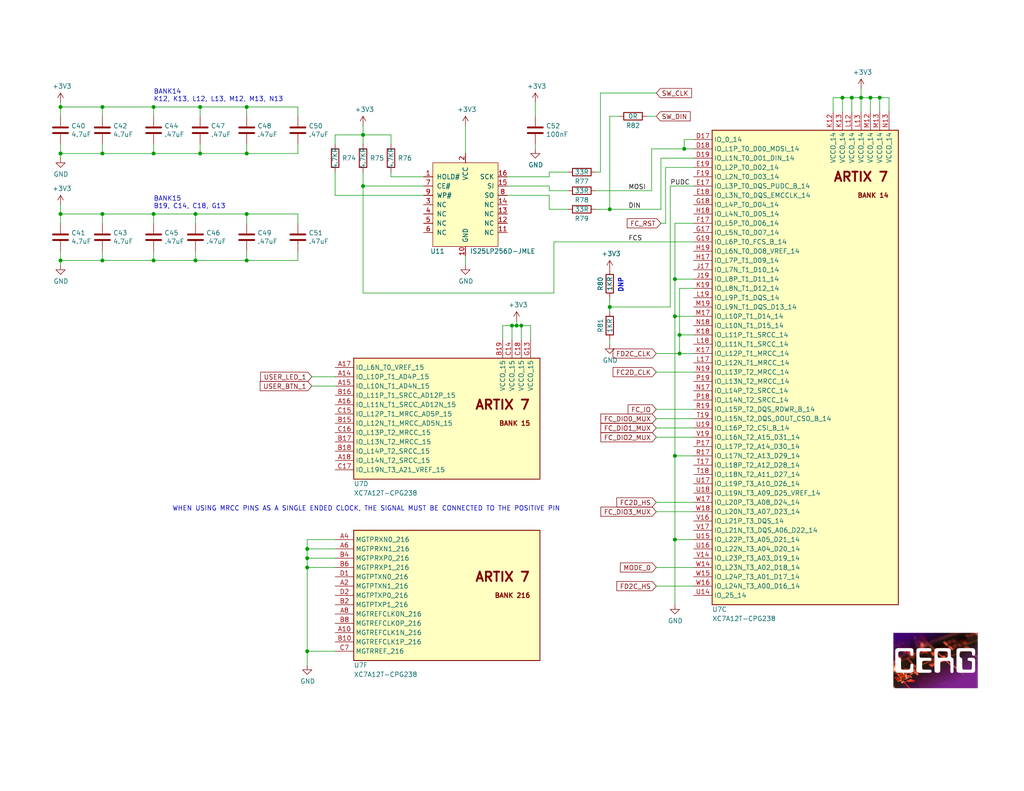
<source format=kicad_sch>
(kicad_sch (version 20230121) (generator eeschema)
  (paper "USLetter")
  (title_block (title "FOBOS Artix-7 a12t DUT - FPGA ") (date "2020-07-28") (rev "1.0") (company "Cryptographic Engineering Research Group") (comment 1 "License: Apache License Version 2.0") (comment 2 "Copyright © Cryptographic Engineering Research Group") (comment 3 "Author: Jens-Peter Kaps, Eddie Ferrufino") (comment 4 "Project: FOBOS Artix-7 a12t DUT"))
  (lib_symbols
    (symbol "Device:C" (pin_numbers hide) (pin_names (offset 0.254))
      (property "Reference" "C" (at 0.635 2.54 0))
      (property "Value" "C" (at 0.635 -2.54 0))
      (symbol "C_0_1"
        (polyline (pts (xy -2.032 -0.762) (xy 2.032 -0.762)) (stroke (width 0.508)))
        (polyline (pts (xy -2.032 0.762) (xy 2.032 0.762)) (stroke (width 0.508)))
      )
      (symbol "C_1_1"
        (pin passive line (at 0 3.81 270) (length 2.794) (name "~") (number "1"))
        (pin passive line (at 0 -3.81 90) (length 2.794) (name "~") (number "2"))
      )
    )
    (symbol "Device:R" (pin_numbers hide) (pin_names (offset 0))
      (property "Reference" "R" (at 2.032 0 90))
      (property "Value" "R" (at 0 0 90))
      (symbol "R_0_1"
        (rectangle (start -1.016 -2.54) (end 1.016 2.54) (stroke (width 0.254)))
      )
      (symbol "R_1_1"
        (pin passive line (at 0 3.81 270) (length 1.27) (name "~") (number "1"))
        (pin passive line (at 0 -3.81 90) (length 1.27) (name "~") (number "2"))
      )
    )
    (symbol "cerg:IS25LP256D-JMLE" (pin_names (offset 1.016))
      (property "Reference" "U" (at 1.27 1.27 0))
      (property "Value" "IS25LP256D-JMLE" (at 19.05 -24.13 0))
      (symbol "IS25LP256D-JMLE_0_1"
        (rectangle (start 0 0) (end 17.78 -22.86) (fill (type background)))
      )
      (symbol "IS25LP256D-JMLE_1_1"
        (pin passive line (at -2.54 -3.81 0) (length 2.54) (name "HOLD#") (number "1"))
        (pin passive line (at 8.89 -25.4 90) (length 2.54) (name "GND") (number "10"))
        (pin passive line (at 20.32 -19.05 180) (length 2.54) (name "NC") (number "11"))
        (pin passive line (at 20.32 -16.51 180) (length 2.54) (name "NC") (number "12"))
        (pin passive line (at 20.32 -13.97 180) (length 2.54) (name "NC") (number "13"))
        (pin passive line (at 20.32 -11.43 180) (length 2.54) (name "NC") (number "14"))
        (pin passive line (at 20.32 -6.35 180) (length 2.54) (name "SI") (number "15"))
        (pin passive line (at 20.32 -3.81 180) (length 2.54) (name "SCK") (number "16"))
        (pin passive line (at 8.89 2.54 270) (length 2.54) (name "VCC") (number "2"))
        (pin passive line (at -2.54 -11.43 0) (length 2.54) (name "NC") (number "3"))
        (pin passive line (at -2.54 -13.97 0) (length 2.54) (name "NC") (number "4"))
        (pin passive line (at -2.54 -16.51 0) (length 2.54) (name "NC") (number "5"))
        (pin passive line (at -2.54 -19.05 0) (length 2.54) (name "NC") (number "6"))
        (pin passive line (at -2.54 -6.35 0) (length 2.54) (name "CE#") (number "7"))
        (pin passive line (at 20.32 -8.89 180) (length 2.54) (name "SO") (number "8"))
        (pin passive line (at -2.54 -8.89 0) (length 2.54) (name "WP#") (number "9"))
      )
    )
    (symbol "cerg:XC7A12T-CPG238"
      (property "Reference" "U" (at 5.08 7.62 0))
      (property "Value" "XC7A12T-CPG238" (at 5.08 5.08 0))
      (symbol "XC7A12T-CPG238_1_0"
        (text "ARTIX 7" (at 30.48 -10.16 0) (effects (font (size 2.54 2.54) bold)))
        (text "POWER" (at 30.48 -15.24 0) (effects (font (size 1.27 1.27) bold)))
        (pin power_in line (at 0 -31.75 0) (length 5.08) (name "GND") (number "A1"))
        (pin power_in line (at 66.04 -36.83 180) (length 5.08) (name "GND") (number "A19"))
        (pin power_in line (at 66.04 -31.75 180) (length 5.08) (name "GND") (number "A3"))
        (pin power_in line (at 0 -34.29 0) (length 5.08) (name "GND") (number "A5"))
        (pin power_in line (at 66.04 -34.29 180) (length 5.08) (name "GND") (number "A7"))
        (pin power_in line (at 0 -36.83 0) (length 5.08) (name "GND") (number "A9"))
        (pin bidirectional line (at 0 -20.32 0) (length 5.08) (name "MGTAVTT") (number "B1"))
        (pin power_in line (at 0 -44.45 0) (length 5.08) (name "GND") (number "B14"))
        (pin power_in line (at 0 -39.37 0) (length 5.08) (name "GND") (number "B3"))
        (pin power_in line (at 66.04 -39.37 180) (length 5.08) (name "GND") (number "B5"))
        (pin power_in line (at 0 -41.91 0) (length 5.08) (name "GND") (number "B7"))
        (pin power_in line (at 66.04 -41.91 180) (length 5.08) (name "GND") (number "B9"))
        (pin power_in line (at 0 -7.62 0) (length 5.08) (name "MGTAVCC") (number "C1"))
        (pin power_in line (at 66.04 -49.53 180) (length 5.08) (name "GND") (number "C10"))
        (pin power_in line (at 0 -52.07 0) (length 5.08) (name "GND") (number "C19"))
        (pin power_in line (at 66.04 -44.45 180) (length 5.08) (name "GND") (number "C2"))
        (pin power_in line (at 0 -46.99 0) (length 5.08) (name "GND") (number "C3"))
        (pin power_in line (at 66.04 -46.99 180) (length 5.08) (name "GND") (number "C4"))
        (pin bidirectional line (at 0 -22.86 0) (length 5.08) (name "MGTAVTT") (number "C5"))
        (pin power_in line (at 0 -49.53 0) (length 5.08) (name "GND") (number "C6"))
        (pin power_in line (at 66.04 -52.07 180) (length 5.08) (name "GND") (number "D3"))
        (pin power_in line (at 0 -10.16 0) (length 5.08) (name "MGTAVCC") (number "E1"))
        (pin bidirectional line (at 0 -17.78 0) (length 5.08) (name "MGTAVTT") (number "E2"))
        (pin power_in line (at 0 -54.61 0) (length 5.08) (name "GND") (number "E3"))
        (pin power_in line (at 66.04 -54.61 180) (length 5.08) (name "GND") (number "F1"))
        (pin power_in line (at 0 -59.69 0) (length 5.08) (name "GND") (number "F18"))
        (pin power_in line (at 0 -57.15 0) (length 5.08) (name "GND") (number "F2"))
        (pin power_in line (at 66.04 -57.15 180) (length 5.08) (name "GND") (number "F3"))
        (pin power_in line (at 66.04 0 180) (length 5.08) (name "VCCINT") (number "G10"))
        (pin power_in line (at 0 -62.23 0) (length 5.08) (name "GND") (number "G11"))
        (pin bidirectional line (at 0 -25.4 0) (length 5.08) (name "MGTAVTT") (number "G7"))
        (pin power_in line (at 66.04 -59.69 180) (length 5.08) (name "GND") (number "G8"))
        (pin power_in line (at 0 -12.7 0) (length 5.08) (name "MGTAVCC") (number "G9"))
        (pin power_in line (at 66.04 -2.54 180) (length 5.08) (name "VCCINT") (number "H10"))
        (pin power_in line (at 66.04 -64.77 180) (length 5.08) (name "GND") (number "H11"))
        (pin power_in line (at 0 -67.31 0) (length 5.08) (name "GND") (number "H12"))
        (pin power_in line (at 0 0 0) (length 5.08) (name "VCCAUX") (number "H13"))
        (pin power_in line (at 66.04 -62.23 180) (length 5.08) (name "GND") (number "H7"))
        (pin power_in line (at 0 -64.77 0) (length 5.08) (name "GND") (number "H8"))
        (pin power_in line (at 0 -15.24 0) (length 5.08) (name "MGTAVCC") (number "H9"))
        (pin power_in line (at 66.04 -5.08 180) (length 5.08) (name "VCCINT") (number "J10"))
        (pin power_in line (at 0 -72.39 0) (length 5.08) (name "GND") (number "J11"))
        (pin power_in line (at 66.04 -72.39 180) (length 5.08) (name "GND") (number "J12"))
        (pin power_in line (at 0 -2.54 0) (length 5.08) (name "VCCAUX") (number "J13"))
        (pin power_in line (at 0 -74.93 0) (length 5.08) (name "GND") (number "J18"))
        (pin power_in line (at 66.04 -67.31 180) (length 5.08) (name "GND") (number "J2"))
        (pin power_in line (at 0 -69.85 0) (length 5.08) (name "GND") (number "J8"))
        (pin power_in line (at 66.04 -69.85 180) (length 5.08) (name "GND") (number "J9"))
        (pin power_in line (at 66.04 -74.93 180) (length 5.08) (name "GND") (number "K8"))
        (pin power_in line (at 66.04 -7.62 180) (length 5.08) (name "VCCINT") (number "L10"))
        (pin power_in line (at 0 -80.01 0) (length 5.08) (name "GND") (number "L11"))
        (pin power_in line (at 0 -77.47 0) (length 5.08) (name "GND") (number "L8"))
        (pin power_in line (at 66.04 -77.47 180) (length 5.08) (name "GND") (number "L9"))
        (pin power_in line (at 66.04 -10.16 180) (length 5.08) (name "VCCINT") (number "M10"))
        (pin power_in line (at 66.04 -19.05 180) (length 5.08) (name "VCCBRAM") (number "M11"))
        (pin power_in line (at 66.04 -82.55 180) (length 5.08) (name "GND") (number "M18"))
        (pin power_in line (at 66.04 -80.01 180) (length 5.08) (name "GND") (number "M2"))
        (pin power_in line (at 0 -82.55 0) (length 5.08) (name "GND") (number "M9"))
        (pin power_in line (at 66.04 -12.7 180) (length 5.08) (name "VCCINT") (number "N10"))
        (pin power_in line (at 66.04 -16.51 180) (length 5.08) (name "VCCBRAM") (number "N11"))
        (pin power_in line (at 66.04 -85.09 180) (length 5.08) (name "GND") (number "N12"))
        (pin power_in line (at 0 -85.09 0) (length 5.08) (name "GND") (number "N9"))
        (pin power_in line (at 66.04 -87.63 180) (length 5.08) (name "GND") (number "R18"))
        (pin power_in line (at 0 -87.63 0) (length 5.08) (name "GND") (number "R2"))
        (pin power_in line (at 66.04 -92.71 180) (length 5.08) (name "GND") (number "V12"))
        (pin power_in line (at 0 -95.25 0) (length 5.08) (name "GND") (number "V15"))
        (pin power_in line (at 66.04 -95.25 180) (length 5.08) (name "GND") (number "V18"))
        (pin power_in line (at 0 -90.17 0) (length 5.08) (name "GND") (number "V2"))
        (pin power_in line (at 66.04 -90.17 180) (length 5.08) (name "GND") (number "V5"))
        (pin power_in line (at 0 -92.71 0) (length 5.08) (name "GND") (number "V8"))
        (pin power_in line (at 0 -97.79 0) (length 5.08) (name "GND") (number "W1"))
        (pin power_in line (at 66.04 -97.79 180) (length 5.08) (name "GND") (number "W19"))
      )
      (symbol "XC7A12T-CPG238_1_1"
        (rectangle (start 5.08 -100.33) (end 60.96 2.54) (stroke (width 0.254)) (fill (type background)))
      )
      (symbol "XC7A12T-CPG238_2_0"
        (text "ARTIX 7" (at 53.34 -10.16 0) (effects (font (size 2.54 2.54) bold) (justify right)))
        (text "BANK 0" (at 53.34 -15.24 0) (effects (font (size 1.27 1.27) bold) (justify right)))
        (pin bidirectional line (at 0 -50.8 0) (length 5.08) (name "DXP_0") (number "A11"))
        (pin bidirectional line (at 0 -40.64 0) (length 5.08) (name "VP_0") (number "A12"))
        (pin bidirectional line (at 0 -43.18 0) (length 5.08) (name "VREFN_0") (number "A13"))
        (pin bidirectional line (at 0 -48.26 0) (length 5.08) (name "DXN_0") (number "B11"))
        (pin bidirectional line (at 0 -45.72 0) (length 5.08) (name "VREFP_0") (number "B12"))
        (pin bidirectional line (at 0 -38.1 0) (length 5.08) (name "VN_0") (number "B13"))
        (pin bidirectional line (at 0 -2.54 0) (length 5.08) (name "CCLK_0") (number "C11"))
        (pin power_in line (at 45.72 -57.15 90) (length 5.08) (name "GNDADC_0") (number "C12"))
        (pin power_in line (at 45.72 7.62 270) (length 5.08) (name "VCCADC_0") (number "C13"))
        (pin bidirectional line (at 0 -27.94 0) (length 5.08) (name "TCK_0") (number "C8"))
        (pin power_in line (at 48.26 7.62 270) (length 5.08) (name "VCCBATT_0") (number "C9"))
        (pin power_in line (at 50.8 7.62 270) (length 5.08) (name "VCCO_0") (number "G12"))
        (pin bidirectional line (at 0 -12.7 0) (length 5.08) (name "PROGRAM_B_0") (number "U10"))
        (pin bidirectional line (at 0 -7.62 0) (length 5.08) (name "DONE_0") (number "U11"))
        (pin bidirectional line (at 0 -5.08 0) (length 5.08) (name "CFGBVS_0") (number "U12"))
        (pin bidirectional line (at 0 -22.86 0) (length 5.08) (name "M2_0") (number "U13"))
        (pin bidirectional line (at 0 -33.02 0) (length 5.08) (name "TDO_0") (number "V10"))
        (pin power_in line (at 53.34 7.62 270) (length 5.08) (name "VCCO_0") (number "V11"))
        (pin bidirectional line (at 0 -17.78 0) (length 5.08) (name "M0_0") (number "V13"))
        (pin bidirectional line (at 0 -35.56 0) (length 5.08) (name "TMS_0") (number "W10"))
        (pin bidirectional line (at 0 -30.48 0) (length 5.08) (name "TDI_0") (number "W11"))
        (pin bidirectional line (at 0 -10.16 0) (length 5.08) (name "INIT_B_0") (number "W12"))
        (pin bidirectional line (at 0 -20.32 0) (length 5.08) (name "M1_0") (number "W13"))
      )
      (symbol "XC7A12T-CPG238_2_1"
        (rectangle (start 5.08 -52.07) (end 55.88 2.54) (stroke (width 0.254)) (fill (type background)))
      )
      (symbol "XC7A12T-CPG238_3_0"
        (rectangle (start 5.08 2.54) (end 55.88 -127) (stroke (width 0.254)) (fill (type background)))
        (text "ARTIX 7" (at 53.34 -10.16 0) (effects (font (size 2.54 2.54) bold) (justify right)))
        (text "BANK 14" (at 53.34 -15.24 0) (effects (font (size 1.27 1.27) bold) (justify right)))
        (pin bidirectional line (at 0 0 0) (length 5.08) (name "IO_0_14") (number "D17"))
        (pin bidirectional line (at 0 -2.54 0) (length 5.08) (name "IO_L1P_T0_D00_MOSI_14") (number "D18"))
        (pin bidirectional line (at 0 -5.08 0) (length 5.08) (name "IO_L1N_T0_D01_DIN_14") (number "D19"))
        (pin bidirectional line (at 0 -12.7 0) (length 5.08) (name "IO_L3P_T0_DQS_PUDC_B_14") (number "E17"))
        (pin bidirectional line (at 0 -15.24 0) (length 5.08) (name "IO_L3N_T0_DQS_EMCCLK_14") (number "E18"))
        (pin bidirectional line (at 0 -7.62 0) (length 5.08) (name "IO_L2P_T0_D02_14") (number "E19"))
        (pin bidirectional line (at 0 -22.86 0) (length 5.08) (name "IO_L5P_T0_D06_14") (number "F17"))
        (pin bidirectional line (at 0 -10.16 0) (length 5.08) (name "IO_L2N_T0_D03_14") (number "F19"))
        (pin bidirectional line (at 0 -25.4 0) (length 5.08) (name "IO_L5N_T0_D07_14") (number "G17"))
        (pin bidirectional line (at 0 -17.78 0) (length 5.08) (name "IO_L4P_T0_D04_14") (number "G18"))
        (pin bidirectional line (at 0 -27.94 0) (length 5.08) (name "IO_L6P_T0_FCS_B_14") (number "G19"))
        (pin bidirectional line (at 0 -33.02 0) (length 5.08) (name "IO_L7P_T1_D09_14") (number "H17"))
        (pin bidirectional line (at 0 -20.32 0) (length 5.08) (name "IO_L4N_T0_D05_14") (number "H18"))
        (pin bidirectional line (at 0 -30.48 0) (length 5.08) (name "IO_L6N_T0_D08_VREF_14") (number "H19"))
        (pin bidirectional line (at 0 -35.56 0) (length 5.08) (name "IO_L7N_T1_D10_14") (number "J17"))
        (pin bidirectional line (at 0 -38.1 0) (length 5.08) (name "IO_L8P_T1_D11_14") (number "J19"))
        (pin power_in line (at 38.1 7.62 270) (length 5.08) (name "VCCO_14") (number "K12"))
        (pin power_in line (at 40.64 7.62 270) (length 5.08) (name "VCCO_14") (number "K13"))
        (pin bidirectional line (at 0 -58.42 0) (length 5.08) (name "IO_L12P_T1_MRCC_14") (number "K17"))
        (pin bidirectional line (at 0 -53.34 0) (length 5.08) (name "IO_L11P_T1_SRCC_14") (number "K18"))
        (pin bidirectional line (at 0 -40.64 0) (length 5.08) (name "IO_L8N_T1_D12_14") (number "K19"))
        (pin power_in line (at 43.18 7.62 270) (length 5.08) (name "VCCO_14") (number "L12"))
        (pin power_in line (at 45.72 7.62 270) (length 5.08) (name "VCCO_14") (number "L13"))
        (pin bidirectional line (at 0 -60.96 0) (length 5.08) (name "IO_L12N_T1_MRCC_14") (number "L17"))
        (pin bidirectional line (at 0 -55.88 0) (length 5.08) (name "IO_L11N_T1_SRCC_14") (number "L18"))
        (pin bidirectional line (at 0 -43.18 0) (length 5.08) (name "IO_L9P_T1_DQS_14") (number "L19"))
        (pin power_in line (at 48.26 7.62 270) (length 5.08) (name "VCCO_14") (number "M12"))
        (pin power_in line (at 50.8 7.62 270) (length 5.08) (name "VCCO_14") (number "M13"))
        (pin bidirectional line (at 0 -48.26 0) (length 5.08) (name "IO_L10P_T1_D14_14") (number "M17"))
        (pin bidirectional line (at 0 -45.72 0) (length 5.08) (name "IO_L9N_T1_DQS_D13_14") (number "M19"))
        (pin power_in line (at 53.34 7.62 270) (length 5.08) (name "VCCO_14") (number "N13"))
        (pin bidirectional line (at 0 -68.58 0) (length 5.08) (name "IO_L14P_T2_SRCC_14") (number "N17"))
        (pin bidirectional line (at 0 -50.8 0) (length 5.08) (name "IO_L10N_T1_D15_14") (number "N18"))
        (pin bidirectional line (at 0 -63.5 0) (length 5.08) (name "IO_L13P_T2_MRCC_14") (number "N19"))
        (pin bidirectional line (at 0 -83.82 0) (length 5.08) (name "IO_L17P_T2_A14_D30_14") (number "P17"))
        (pin bidirectional line (at 0 -71.12 0) (length 5.08) (name "IO_L14N_T2_SRCC_14") (number "P18"))
        (pin bidirectional line (at 0 -66.04 0) (length 5.08) (name "IO_L13N_T2_MRCC_14") (number "P19"))
        (pin bidirectional line (at 0 -86.36 0) (length 5.08) (name "IO_L17N_T2_A13_D29_14") (number "R17"))
        (pin bidirectional line (at 0 -73.66 0) (length 5.08) (name "IO_L15P_T2_DQS_RDWR_B_14") (number "R19"))
        (pin bidirectional line (at 0 -88.9 0) (length 5.08) (name "IO_L18P_T2_A12_D28_14") (number "T17"))
        (pin bidirectional line (at 0 -91.44 0) (length 5.08) (name "IO_L18N_T2_A11_D27_14") (number "T18"))
        (pin bidirectional line (at 0 -76.2 0) (length 5.08) (name "IO_L15N_T2_DQS_DOUT_CSO_B_14") (number "T19"))
        (pin bidirectional line (at 0 -124.46 0) (length 5.08) (name "IO_25_14") (number "U14"))
        (pin bidirectional line (at 0 -109.22 0) (length 5.08) (name "IO_L22P_T3_A05_D21_14") (number "U15"))
        (pin bidirectional line (at 0 -111.76 0) (length 5.08) (name "IO_L22N_T3_A04_D20_14") (number "U16"))
        (pin bidirectional line (at 0 -93.98 0) (length 5.08) (name "IO_L19P_T3_A10_D26_14") (number "U17"))
        (pin bidirectional line (at 0 -96.52 0) (length 5.08) (name "IO_L19N_T3_A09_D25_VREF_14") (number "U18"))
        (pin bidirectional line (at 0 -78.74 0) (length 5.08) (name "IO_L16P_T2_CSI_B_14") (number "U19"))
        (pin bidirectional line (at 0 -114.3 0) (length 5.08) (name "IO_L23P_T3_A03_D19_14") (number "V14"))
        (pin bidirectional line (at 0 -104.14 0) (length 5.08) (name "IO_L21P_T3_DQS_14") (number "V16"))
        (pin bidirectional line (at 0 -106.68 0) (length 5.08) (name "IO_L21N_T3_DQS_A06_D22_14") (number "V17"))
        (pin bidirectional line (at 0 -81.28 0) (length 5.08) (name "IO_L16N_T2_A15_D31_14") (number "V19"))
        (pin bidirectional line (at 0 -116.84 0) (length 5.08) (name "IO_L23N_T3_A02_D18_14") (number "W14"))
        (pin bidirectional line (at 0 -119.38 0) (length 5.08) (name "IO_L24P_T3_A01_D17_14") (number "W15"))
        (pin bidirectional line (at 0 -121.92 0) (length 5.08) (name "IO_L24N_T3_A00_D16_14") (number "W16"))
        (pin bidirectional line (at 0 -99.06 0) (length 5.08) (name "IO_L20P_T3_A08_D24_14") (number "W17"))
        (pin bidirectional line (at 0 -101.6 0) (length 5.08) (name "IO_L20N_T3_A07_D23_14") (number "W18"))
      )
      (symbol "XC7A12T-CPG238_4_0"
        (rectangle (start 5.08 2.54) (end 55.88 -30.48) (stroke (width 0.254)) (fill (type background)))
        (text "ARTIX 7" (at 53.34 -10.16 0) (effects (font (size 2.54 2.54) bold) (justify right)))
        (text "BANK 15" (at 53.34 -15.24 0) (effects (font (size 1.27 1.27) bold) (justify right)))
        (pin bidirectional line (at 0 -2.54 0) (length 5.08) (name "IO_L10P_T1_AD4P_15") (number "A14"))
        (pin bidirectional line (at 0 -5.08 0) (length 5.08) (name "IO_L10N_T1_AD4N_15") (number "A15"))
        (pin bidirectional line (at 0 -10.16 0) (length 5.08) (name "IO_L11N_T1_SRCC_AD12N_15") (number "A16"))
        (pin bidirectional line (at 0 0 0) (length 5.08) (name "IO_L6N_T0_VREF_15") (number "A17"))
        (pin bidirectional line (at 0 -25.4 0) (length 5.08) (name "IO_L14N_T2_SRCC_15") (number "A18"))
        (pin bidirectional line (at 0 -15.24 0) (length 5.08) (name "IO_L12N_T1_MRCC_AD5N_15") (number "B15"))
        (pin bidirectional line (at 0 -7.62 0) (length 5.08) (name "IO_L11P_T1_SRCC_AD12P_15") (number "B16"))
        (pin bidirectional line (at 0 -20.32 0) (length 5.08) (name "IO_L13N_T2_MRCC_15") (number "B17"))
        (pin bidirectional line (at 0 -22.86 0) (length 5.08) (name "IO_L14P_T2_SRCC_15") (number "B18"))
        (pin power_in line (at 45.72 7.62 270) (length 5.08) (name "VCCO_15") (number "B19"))
        (pin power_in line (at 48.26 7.62 270) (length 5.08) (name "VCCO_15") (number "C14"))
        (pin bidirectional line (at 0 -12.7 0) (length 5.08) (name "IO_L12P_T1_MRCC_AD5P_15") (number "C15"))
        (pin bidirectional line (at 0 -17.78 0) (length 5.08) (name "IO_L13P_T2_MRCC_15") (number "C16"))
        (pin bidirectional line (at 0 -27.94 0) (length 5.08) (name "IO_L19N_T3_A21_VREF_15") (number "C17"))
        (pin power_in line (at 50.8 7.62 270) (length 5.08) (name "VCCO_15") (number "C18"))
        (pin power_in line (at 53.34 7.62 270) (length 5.08) (name "VCCO_15") (number "G13"))
      )
      (symbol "XC7A12T-CPG238_5_0"
        (rectangle (start 5.08 2.54) (end 55.88 -127) (stroke (width 0.254)) (fill (type background)))
        (text "ARTIX 7" (at 53.34 -10.16 0) (effects (font (size 2.54 2.54) bold) (justify right)))
        (text "BANK 34" (at 53.34 -15.24 0) (effects (font (size 1.27 1.27) bold) (justify right)))
        (pin bidirectional line (at 0 -5.08 0) (length 5.08) (name "IO_L1N_T0_34") (number "G1"))
        (pin bidirectional line (at 0 -2.54 0) (length 5.08) (name "IO_L1P_T0_34") (number "G2"))
        (pin bidirectional line (at 0 0 0) (length 5.08) (name "IO_0_34") (number "G3"))
        (pin bidirectional line (at 0 -12.7 0) (length 5.08) (name "IO_L3P_T0_DQS_34") (number "H1"))
        (pin bidirectional line (at 0 -10.16 0) (length 5.08) (name "IO_L2N_T0_34") (number "H2"))
        (pin bidirectional line (at 0 -7.62 0) (length 5.08) (name "IO_L2P_T0_34") (number "H3"))
        (pin bidirectional line (at 0 -15.24 0) (length 5.08) (name "IO_L3N_T0_DQS_34") (number "J1"))
        (pin bidirectional line (at 0 -22.86 0) (length 5.08) (name "IO_L5P_T0_34") (number "J3"))
        (pin power_in line (at 38.1 7.62 270) (length 5.08) (name "VCCO_34") (number "J7"))
        (pin bidirectional line (at 0 -20.32 0) (length 5.08) (name "IO_L4N_T0_34") (number "K1"))
        (pin bidirectional line (at 0 -17.78 0) (length 5.08) (name "IO_L4P_T0_34") (number "K2"))
        (pin bidirectional line (at 0 -25.4 0) (length 5.08) (name "IO_L5N_T0_34") (number "K3"))
        (pin power_in line (at 40.64 7.62 270) (length 5.08) (name "VCCO_34") (number "K7"))
        (pin bidirectional line (at 0 -33.02 0) (length 5.08) (name "IO_L7P_T1_34") (number "L1"))
        (pin bidirectional line (at 0 -30.48 0) (length 5.08) (name "IO_L6N_T0_VREF_34") (number "L2"))
        (pin bidirectional line (at 0 -27.94 0) (length 5.08) (name "IO_L6P_T0_34") (number "L3"))
        (pin power_in line (at 43.18 7.62 270) (length 5.08) (name "VCCO_34") (number "L7"))
        (pin bidirectional line (at 0 -35.56 0) (length 5.08) (name "IO_L7N_T1_34") (number "M1"))
        (pin bidirectional line (at 0 -48.26 0) (length 5.08) (name "IO_L10P_T1_34") (number "M3"))
        (pin power_in line (at 45.72 7.62 270) (length 5.08) (name "VCCO_34") (number "M7"))
        (pin power_in line (at 48.26 7.62 270) (length 5.08) (name "VCCO_34") (number "M8"))
        (pin bidirectional line (at 0 -43.18 0) (length 5.08) (name "IO_L9P_T1_DQS_34") (number "N1"))
        (pin bidirectional line (at 0 -38.1 0) (length 5.08) (name "IO_L8P_T1_34") (number "N2"))
        (pin bidirectional line (at 0 -50.8 0) (length 5.08) (name "IO_L10N_T1_34") (number "N3"))
        (pin power_in line (at 50.8 7.62 270) (length 5.08) (name "VCCO_34") (number "N7"))
        (pin power_in line (at 53.34 7.62 270) (length 5.08) (name "VCCO_34") (number "N8"))
        (pin bidirectional line (at 0 -45.72 0) (length 5.08) (name "IO_L9N_T1_DQS_34") (number "P1"))
        (pin bidirectional line (at 0 -40.64 0) (length 5.08) (name "IO_L8N_T1_34") (number "P2"))
        (pin bidirectional line (at 0 -58.42 0) (length 5.08) (name "IO_L12P_T1_MRCC_34") (number "P3"))
        (pin bidirectional line (at 0 -53.34 0) (length 5.08) (name "IO_L11P_T1_SRCC_34") (number "R1"))
        (pin bidirectional line (at 0 -60.96 0) (length 5.08) (name "IO_L12N_T1_MRCC_34") (number "R3"))
        (pin bidirectional line (at 0 -55.88 0) (length 5.08) (name "IO_L11N_T1_SRCC_34") (number "T1"))
        (pin bidirectional line (at 0 -66.04 0) (length 5.08) (name "IO_L13N_T2_MRCC_34") (number "T2"))
        (pin bidirectional line (at 0 -63.5 0) (length 5.08) (name "IO_L13P_T2_MRCC_34") (number "T3"))
        (pin bidirectional line (at 0 -68.58 0) (length 5.08) (name "IO_L14P_T2_SRCC_34") (number "U1"))
        (pin bidirectional line (at 0 -76.2 0) (length 5.08) (name "IO_L15N_T2_DQS_34") (number "U2"))
        (pin bidirectional line (at 0 -73.66 0) (length 5.08) (name "IO_L15P_T2_DQS_34") (number "U3"))
        (pin bidirectional line (at 0 -78.74 0) (length 5.08) (name "IO_L16P_T2_34") (number "U4"))
        (pin bidirectional line (at 0 -96.52 0) (length 5.08) (name "IO_L19N_T3_VREF_34") (number "U5"))
        (pin bidirectional line (at 0 -93.98 0) (length 5.08) (name "IO_L19P_T3_34") (number "U6"))
        (pin bidirectional line (at 0 -104.14 0) (length 5.08) (name "IO_L21P_T3_DQS_34") (number "U7"))
        (pin bidirectional line (at 0 -111.76 0) (length 5.08) (name "IO_L22N_T3_34") (number "U8"))
        (pin bidirectional line (at 0 -109.22 0) (length 5.08) (name "IO_L22P_T3_34") (number "U9"))
        (pin bidirectional line (at 0 -71.12 0) (length 5.08) (name "IO_L14N_T2_SRCC_34") (number "V1"))
        (pin bidirectional line (at 0 -81.28 0) (length 5.08) (name "IO_L16N_T2_34") (number "V3"))
        (pin bidirectional line (at 0 -83.82 0) (length 5.08) (name "IO_L17P_T2_34") (number "V4"))
        (pin bidirectional line (at 0 -106.68 0) (length 5.08) (name "IO_L21N_T3_DQS_34") (number "V6"))
        (pin bidirectional line (at 0 -119.38 0) (length 5.08) (name "IO_L24P_T3_34") (number "V7"))
        (pin bidirectional line (at 0 -124.46 0) (length 5.08) (name "IO_25_34") (number "V9"))
        (pin bidirectional line (at 0 -91.44 0) (length 5.08) (name "IO_L18N_T2_34") (number "W2"))
        (pin bidirectional line (at 0 -88.9 0) (length 5.08) (name "IO_L18P_T2_34") (number "W3"))
        (pin bidirectional line (at 0 -86.36 0) (length 5.08) (name "IO_L17N_T2_34") (number "W4"))
        (pin bidirectional line (at 0 -101.6 0) (length 5.08) (name "IO_L20N_T3_34") (number "W5"))
        (pin bidirectional line (at 0 -99.06 0) (length 5.08) (name "IO_L20P_T3_34") (number "W6"))
        (pin bidirectional line (at 0 -121.92 0) (length 5.08) (name "IO_L24N_T3_34") (number "W7"))
        (pin bidirectional line (at 0 -116.84 0) (length 5.08) (name "IO_L23N_T3_34") (number "W8"))
        (pin bidirectional line (at 0 -114.3 0) (length 5.08) (name "IO_L23P_T3_34") (number "W9"))
      )
      (symbol "XC7A12T-CPG238_6_0"
        (rectangle (start 5.08 2.54) (end 55.88 -33.02) (stroke (width 0.254)) (fill (type background)))
        (text "ARTIX 7" (at 53.34 -10.16 0) (effects (font (size 2.54 2.54) bold) (justify right)))
        (text "BANK 216" (at 53.34 -15.24 0) (effects (font (size 1.27 1.27) bold) (justify right)))
        (pin bidirectional line (at 0 -25.4 0) (length 5.08) (name "MGTREFCLK1N_216") (number "A10"))
        (pin bidirectional line (at 0 -12.7 0) (length 5.08) (name "MGTPTXN1_216") (number "A2"))
        (pin bidirectional line (at 0 0 0) (length 5.08) (name "MGTPRXN0_216") (number "A4"))
        (pin bidirectional line (at 0 -2.54 0) (length 5.08) (name "MGTPRXN1_216") (number "A6"))
        (pin bidirectional line (at 0 -20.32 0) (length 5.08) (name "MGTREFCLK0N_216") (number "A8"))
        (pin bidirectional line (at 0 -27.94 0) (length 5.08) (name "MGTREFCLK1P_216") (number "B10"))
        (pin bidirectional line (at 0 -17.78 0) (length 5.08) (name "MGTPTXP1_216") (number "B2"))
        (pin bidirectional line (at 0 -5.08 0) (length 5.08) (name "MGTPRXP0_216") (number "B4"))
        (pin bidirectional line (at 0 -7.62 0) (length 5.08) (name "MGTPRXP1_216") (number "B6"))
        (pin bidirectional line (at 0 -22.86 0) (length 5.08) (name "MGTREFCLK0P_216") (number "B8"))
        (pin bidirectional line (at 0 -30.48 0) (length 5.08) (name "MGTRREF_216") (number "C7"))
        (pin bidirectional line (at 0 -10.16 0) (length 5.08) (name "MGTPTXN0_216") (number "D1"))
        (pin bidirectional line (at 0 -15.24 0) (length 5.08) (name "MGTPTXP0_216") (number "D2"))
      )
    )
    (symbol "power:+3V3" (power) (pin_names (offset 0))
      (property "Value" "+3V3" (at 0 3.556 0))
      (symbol "+3V3_0_1"
        (polyline (pts (xy -0.762 1.27) (xy 0 2.54)))
        (polyline (pts (xy 0 0) (xy 0 2.54)))
        (polyline (pts (xy 0 2.54) (xy 0.762 1.27)))
      )
      (symbol "+3V3_1_1"
        (pin power_in line (at 0 0 90) (length 0) hide (name "+3V3") (number "1"))
      )
    )
    (symbol "power:GND" (power) (pin_names (offset 0))
      (property "Value" "GND" (at 0 -3.81 0))
      (symbol "GND_0_1"
        (polyline (pts (xy 0 0) (xy 0 -1.27) (xy 1.27 -1.27) (xy 0 -2.54) (xy -1.27 -1.27) (xy 0 -1.27)))
      )
      (symbol "GND_1_1"
        (pin power_in line (at 0 0 270) (length 0) hide (name "GND") (number "1"))
      )
    )
  )
  (junction (at 237.49 26.67))
  (junction (at 41.91 41.91))
  (junction (at 16.51 41.91))
  (junction (at 27.94 29.21))
  (junction (at 142.24 88.9))
  (junction (at 53.34 71.12))
  (junction (at 53.34 58.42))
  (junction (at 27.94 58.42))
  (junction (at 83.82 177.8))
  (junction (at 240.03 26.67))
  (junction (at 166.37 57.15))
  (junction (at 166.37 83.82))
  (junction (at 184.15 124.46))
  (junction (at 140.97 88.9))
  (junction (at 184.15 147.32))
  (junction (at 185.42 91.44))
  (junction (at 83.82 152.4))
  (junction (at 229.87 26.67))
  (junction (at 83.82 149.86))
  (junction (at 184.15 76.2))
  (junction (at 232.41 26.67))
  (junction (at 67.31 58.42))
  (junction (at 139.7 88.9))
  (junction (at 186.69 40.64))
  (junction (at 16.51 71.12))
  (junction (at 16.51 29.21))
  (junction (at 184.15 86.36))
  (junction (at 27.94 41.91))
  (junction (at 234.95 26.67))
  (junction (at 54.61 41.91))
  (junction (at 54.61 29.21))
  (junction (at 27.94 71.12))
  (junction (at 185.42 96.52))
  (junction (at 99.06 50.8))
  (junction (at 16.51 58.42))
  (junction (at 67.31 41.91))
  (junction (at 41.91 58.42))
  (junction (at 41.91 71.12))
  (junction (at 67.31 29.21))
  (junction (at 99.06 36.83))
  (junction (at 83.82 154.94))
  (junction (at 67.31 71.12))
  (junction (at 41.91 29.21))
  (wire (pts (xy 81.28 29.21) (xy 67.31 29.21)))
  (wire (pts (xy 67.31 71.12) (xy 81.28 71.12)))
  (wire (pts (xy 83.82 152.4) (xy 83.82 154.94)))
  (wire (pts (xy 179.07 160.02) (xy 189.23 160.02)))
  (wire (pts (xy 91.44 102.87) (xy 85.09 102.87)))
  (wire (pts (xy 81.28 41.91) (xy 67.31 41.91)))
  (wire (pts (xy 67.31 68.58) (xy 67.31 71.12)))
  (wire (pts (xy 115.57 48.26) (xy 106.68 48.26)))
  (wire (pts (xy 27.94 68.58) (xy 27.94 71.12)))
  (wire (pts (xy 85.09 105.41) (xy 91.44 105.41)))
  (wire (pts (xy 166.37 57.15) (xy 180.34 57.15)))
  (wire (pts (xy 163.83 46.99) (xy 163.83 25.4)))
  (wire (pts (xy 67.31 41.91) (xy 54.61 41.91)))
  (wire (pts (xy 179.07 101.6) (xy 189.23 101.6)))
  (wire (pts (xy 189.23 76.2) (xy 184.15 76.2)))
  (wire (pts (xy 27.94 41.91) (xy 16.51 41.91)))
  (wire (pts (xy 140.97 88.9) (xy 140.97 87.63)))
  (wire (pts (xy 53.34 60.96) (xy 53.34 58.42)))
  (wire (pts (xy 27.94 29.21) (xy 16.51 29.21)))
  (wire (pts (xy 162.56 46.99) (xy 163.83 46.99)))
  (wire (pts (xy 149.86 46.99) (xy 149.86 48.26)))
  (wire (pts (xy 41.91 41.91) (xy 27.94 41.91)))
  (wire (pts (xy 227.33 30.48) (xy 227.33 26.67)))
  (wire (pts (xy 144.78 92.71) (xy 144.78 88.9)))
  (wire (pts (xy 182.88 50.8) (xy 182.88 83.82)))
  (wire (pts (xy 154.94 46.99) (xy 149.86 46.99)))
  (wire (pts (xy 41.91 58.42) (xy 27.94 58.42)))
  (wire (pts (xy 16.51 55.88) (xy 16.51 58.42)))
  (wire (pts (xy 168.91 31.75) (xy 166.37 31.75)))
  (wire (pts (xy 54.61 29.21) (xy 41.91 29.21)))
  (wire (pts (xy 139.7 92.71) (xy 139.7 88.9)))
  (wire (pts (xy 189.23 154.94) (xy 179.07 154.94)))
  (wire (pts (xy 91.44 152.4) (xy 83.82 152.4)))
  (wire (pts (xy 53.34 58.42) (xy 41.91 58.42)))
  (wire (pts (xy 189.23 60.96) (xy 184.15 60.96)))
  (wire (pts (xy 180.34 43.18) (xy 189.23 43.18)))
  (wire (pts (xy 185.42 96.52) (xy 179.07 96.52)))
  (wire (pts (xy 189.23 147.32) (xy 184.15 147.32)))
  (wire (pts (xy 146.05 27.94) (xy 146.05 31.75)))
  (wire (pts (xy 67.31 31.75) (xy 67.31 29.21)))
  (wire (pts (xy 27.94 71.12) (xy 16.51 71.12)))
  (wire (pts (xy 177.8 40.64) (xy 186.69 40.64)))
  (wire (pts (xy 91.44 154.94) (xy 83.82 154.94)))
  (wire (pts (xy 41.91 60.96) (xy 41.91 58.42)))
  (wire (pts (xy 27.94 39.37) (xy 27.94 41.91)))
  (wire (pts (xy 99.06 39.37) (xy 99.06 36.83)))
  (wire (pts (xy 83.82 149.86) (xy 83.82 152.4)))
  (wire (pts (xy 237.49 30.48) (xy 237.49 26.67)))
  (wire (pts (xy 184.15 86.36) (xy 184.15 124.46)))
  (wire (pts (xy 179.07 114.3) (xy 189.23 114.3)))
  (wire (pts (xy 81.28 60.96) (xy 81.28 58.42)))
  (wire (pts (xy 189.23 78.74) (xy 185.42 78.74)))
  (wire (pts (xy 83.82 177.8) (xy 83.82 181.61)))
  (wire (pts (xy 149.86 50.8) (xy 138.43 50.8)))
  (wire (pts (xy 234.95 30.48) (xy 234.95 26.67)))
  (wire (pts (xy 146.05 39.37) (xy 146.05 40.64)))
  (wire (pts (xy 189.23 50.8) (xy 182.88 50.8)))
  (wire (pts (xy 53.34 71.12) (xy 67.31 71.12)))
  (wire (pts (xy 16.51 31.75) (xy 16.51 29.21)))
  (wire (pts (xy 184.15 147.32) (xy 184.15 165.1)))
  (wire (pts (xy 240.03 30.48) (xy 240.03 26.67)))
  (wire (pts (xy 166.37 92.71) (xy 166.37 93.98)))
  (wire (pts (xy 142.24 88.9) (xy 140.97 88.9)))
  (wire (pts (xy 144.78 88.9) (xy 142.24 88.9)))
  (wire (pts (xy 229.87 26.67) (xy 232.41 26.67)))
  (wire (pts (xy 81.28 31.75) (xy 81.28 29.21)))
  (wire (pts (xy 189.23 91.44) (xy 185.42 91.44)))
  (wire (pts (xy 166.37 85.09) (xy 166.37 83.82)))
  (wire (pts (xy 184.15 76.2) (xy 184.15 86.36)))
  (wire (pts (xy 54.61 41.91) (xy 41.91 41.91)))
  (wire (pts (xy 16.51 39.37) (xy 16.51 41.91)))
  (wire (pts (xy 16.51 68.58) (xy 16.51 71.12)))
  (wire (pts (xy 16.51 71.12) (xy 16.51 72.39)))
  (wire (pts (xy 189.23 124.46) (xy 184.15 124.46)))
  (wire (pts (xy 91.44 53.34) (xy 115.57 53.34)))
  (wire (pts (xy 67.31 39.37) (xy 67.31 41.91)))
  (wire (pts (xy 81.28 39.37) (xy 81.28 41.91)))
  (wire (pts (xy 41.91 68.58) (xy 41.91 71.12)))
  (wire (pts (xy 83.82 154.94) (xy 83.82 177.8)))
  (wire (pts (xy 41.91 71.12) (xy 27.94 71.12)))
  (wire (pts (xy 151.13 66.04) (xy 151.13 80.01)))
  (wire (pts (xy 99.06 80.01) (xy 99.06 50.8)))
  (wire (pts (xy 227.33 26.67) (xy 229.87 26.67)))
  (wire (pts (xy 232.41 30.48) (xy 232.41 26.67)))
  (wire (pts (xy 186.69 38.1) (xy 186.69 40.64)))
  (wire (pts (xy 99.06 36.83) (xy 106.68 36.83)))
  (wire (pts (xy 54.61 39.37) (xy 54.61 41.91)))
  (wire (pts (xy 151.13 66.04) (xy 189.23 66.04)))
  (wire (pts (xy 229.87 30.48) (xy 229.87 26.67)))
  (wire (pts (xy 16.51 41.91) (xy 16.51 43.18)))
  (wire (pts (xy 67.31 58.42) (xy 53.34 58.42)))
  (wire (pts (xy 83.82 147.32) (xy 83.82 149.86)))
  (wire (pts (xy 41.91 31.75) (xy 41.91 29.21)))
  (wire (pts (xy 149.86 57.15) (xy 154.94 57.15)))
  (wire (pts (xy 81.28 68.58) (xy 81.28 71.12)))
  (wire (pts (xy 91.44 149.86) (xy 83.82 149.86)))
  (wire (pts (xy 189.23 38.1) (xy 186.69 38.1)))
  (wire (pts (xy 139.7 88.9) (xy 140.97 88.9)))
  (wire (pts (xy 91.44 36.83) (xy 99.06 36.83)))
  (wire (pts (xy 137.16 88.9) (xy 139.7 88.9)))
  (wire (pts (xy 189.23 139.7) (xy 179.07 139.7)))
  (wire (pts (xy 149.86 52.07) (xy 149.86 50.8)))
  (wire (pts (xy 106.68 36.83) (xy 106.68 39.37)))
  (wire (pts (xy 179.07 111.76) (xy 189.23 111.76)))
  (wire (pts (xy 166.37 83.82) (xy 166.37 81.28)))
  (wire (pts (xy 180.34 57.15) (xy 180.34 43.18)))
  (wire (pts (xy 99.06 46.99) (xy 99.06 50.8)))
  (wire (pts (xy 27.94 60.96) (xy 27.94 58.42)))
  (wire (pts (xy 185.42 91.44) (xy 185.42 96.52)))
  (wire (pts (xy 54.61 31.75) (xy 54.61 29.21)))
  (wire (pts (xy 67.31 60.96) (xy 67.31 58.42)))
  (wire (pts (xy 189.23 116.84) (xy 179.07 116.84)))
  (wire (pts (xy 137.16 92.71) (xy 137.16 88.9)))
  (wire (pts (xy 237.49 26.67) (xy 234.95 26.67)))
  (wire (pts (xy 242.57 26.67) (xy 240.03 26.67)))
  (wire (pts (xy 162.56 57.15) (xy 166.37 57.15)))
  (wire (pts (xy 177.8 52.07) (xy 177.8 40.64)))
  (wire (pts (xy 181.61 60.96) (xy 181.61 45.72)))
  (wire (pts (xy 91.44 39.37) (xy 91.44 36.83)))
  (wire (pts (xy 53.34 68.58) (xy 53.34 71.12)))
  (wire (pts (xy 27.94 58.42) (xy 16.51 58.42)))
  (wire (pts (xy 182.88 83.82) (xy 166.37 83.82)))
  (wire (pts (xy 91.44 53.34) (xy 91.44 46.99)))
  (wire (pts (xy 149.86 52.07) (xy 154.94 52.07)))
  (wire (pts (xy 41.91 29.21) (xy 27.94 29.21)))
  (wire (pts (xy 166.37 31.75) (xy 166.37 57.15)))
  (wire (pts (xy 179.07 137.16) (xy 189.23 137.16)))
  (wire (pts (xy 127 69.85) (xy 127 72.39)))
  (wire (pts (xy 185.42 78.74) (xy 185.42 91.44)))
  (wire (pts (xy 184.15 60.96) (xy 184.15 76.2)))
  (wire (pts (xy 91.44 177.8) (xy 83.82 177.8)))
  (wire (pts (xy 240.03 26.67) (xy 237.49 26.67)))
  (wire (pts (xy 127 34.29) (xy 127 41.91)))
  (wire (pts (xy 184.15 124.46) (xy 184.15 147.32)))
  (wire (pts (xy 41.91 39.37) (xy 41.91 41.91)))
  (wire (pts (xy 179.07 31.75) (xy 176.53 31.75)))
  (wire (pts (xy 41.91 71.12) (xy 53.34 71.12)))
  (wire (pts (xy 16.51 29.21) (xy 16.51 27.94)))
  (wire (pts (xy 181.61 45.72) (xy 189.23 45.72)))
  (wire (pts (xy 16.51 58.42) (xy 16.51 60.96)))
  (wire (pts (xy 189.23 86.36) (xy 184.15 86.36)))
  (wire (pts (xy 149.86 57.15) (xy 149.86 53.34)))
  (wire (pts (xy 189.23 96.52) (xy 185.42 96.52)))
  (wire (pts (xy 115.57 50.8) (xy 99.06 50.8)))
  (wire (pts (xy 106.68 48.26) (xy 106.68 46.99)))
  (wire (pts (xy 99.06 34.29) (xy 99.06 36.83)))
  (wire (pts (xy 189.23 119.38) (xy 179.07 119.38)))
  (wire (pts (xy 67.31 29.21) (xy 54.61 29.21)))
  (wire (pts (xy 91.44 147.32) (xy 83.82 147.32)))
  (wire (pts (xy 180.34 60.96) (xy 181.61 60.96)))
  (wire (pts (xy 99.06 80.01) (xy 151.13 80.01)))
  (wire (pts (xy 242.57 30.48) (xy 242.57 26.67)))
  (wire (pts (xy 27.94 31.75) (xy 27.94 29.21)))
  (wire (pts (xy 81.28 58.42) (xy 67.31 58.42)))
  (wire (pts (xy 163.83 25.4) (xy 179.07 25.4)))
  (wire (pts (xy 142.24 92.71) (xy 142.24 88.9)))
  (wire (pts (xy 232.41 26.67) (xy 234.95 26.67)))
  (wire (pts (xy 186.69 40.64) (xy 189.23 40.64)))
  (wire (pts (xy 234.95 26.67) (xy 234.95 24.13)))
  (wire (pts (xy 162.56 52.07) (xy 177.8 52.07)))
  (wire (pts (xy 149.86 48.26) (xy 138.43 48.26)))
  (wire (pts (xy 138.43 53.34) (xy 149.86 53.34)))
  (image (at 255.27 180.34) (scale 0.85))
  (text "WHEN USING MRCC PINS AS A SINGLE ENDED CLOCK, THE SIGNAL MUST BE CONNECTED TO THE POSITIVE PIN" (at 46.99 139.7 0) (effects (font (size 1.27 1.27)) (justify left bottom)))
  (text "DNP" (at 170.18 80.01 90) (effects (font (size 1.27 1.27) (thickness 0.254) bold) (justify left bottom)))
  (text "BANK15\nB19, C14, C18, G13" (at 41.91 57.15 0) (effects (font (size 1.27 1.27)) (justify left bottom)))
  (text "BANK14\nK12, K13, L12, L13, M12, M13, N13" (at 41.91 27.94 0) (effects (font (size 1.27 1.27)) (justify left bottom)))
  (label "MOSI" (at 171.45 52.07 0))
  (label "FCS" (at 171.45 66.04 0))
  (label "DIN" (at 171.45 57.15 0))
  (label "PUDC" (at 182.88 50.8 0))
  (global_label "MODE_0" (shape input) (at 179.07 154.94 180) (property "Intersheetrefs" "${INTERSHEET_REFS}" (effects hide)))
  (global_label "FC_DIO2_MUX" (shape input) (at 179.07 119.38 180) (property "Intersheetrefs" "${INTERSHEET_REFS}" (effects hide)))
  (global_label "FC_IO" (shape input) (at 179.07 111.76 180) (property "Intersheetrefs" "${INTERSHEET_REFS}" (effects hide)))
  (global_label "FC_RST" (shape input) (at 180.34 60.96 180) (property "Intersheetrefs" "${INTERSHEET_REFS}" (effects hide)))
  (global_label "USER_LED_1" (shape input) (at 85.09 102.87 180) (property "Intersheetrefs" "${INTERSHEET_REFS}" (effects hide)))
  (global_label "FC_DIO3_MUX" (shape input) (at 179.07 139.7 180) (property "Intersheetrefs" "${INTERSHEET_REFS}" (effects hide)))
  (global_label "FC2D_CLK" (shape input) (at 179.07 101.6 180) (property "Intersheetrefs" "${INTERSHEET_REFS}" (effects hide)))
  (global_label "USER_BTN_1" (shape input) (at 85.09 105.41 180) (property "Intersheetrefs" "${INTERSHEET_REFS}" (effects hide)))
  (global_label "FC2D_HS" (shape input) (at 179.07 137.16 180) (property "Intersheetrefs" "${INTERSHEET_REFS}" (effects hide)))
  (global_label "FC_DIO0_MUX" (shape input) (at 179.07 114.3 180) (property "Intersheetrefs" "${INTERSHEET_REFS}" (effects hide)))
  (global_label "FD2C_HS" (shape input) (at 179.07 160.02 180) (property "Intersheetrefs" "${INTERSHEET_REFS}" (effects hide)))
  (global_label "FD2C_CLK" (shape input) (at 179.07 96.52 180) (property "Intersheetrefs" "${INTERSHEET_REFS}" (effects hide)))
  (global_label "SW_DIN" (shape input) (at 179.07 31.75 0) (property "Intersheetrefs" "${INTERSHEET_REFS}" (effects hide)))
  (global_label "FC_DIO1_MUX" (shape input) (at 179.07 116.84 180) (property "Intersheetrefs" "${INTERSHEET_REFS}" (effects hide)))
  (global_label "SW_CLK" (shape input) (at 179.07 25.4 0) (property "Intersheetrefs" "${INTERSHEET_REFS}" (effects hide)))
  (symbol (lib_id "power:GND") (at 127 72.39 0) (unit 1)
    (property "Reference" "#PWR093" (effects hide))
    (property "Value" "GND" (at 127.127 76.7842 0))
  )
  (symbol (lib_id "Device:C") (at 146.05 35.56 0) (unit 1)
    (property "Reference" "C52" (at 148.971 34.3916 0) (effects (justify left)))
    (property "Value" "100nF" (at 148.971 36.703 0) (effects (justify left)))
    (property "Footprint" "Capacitor_SMD:C_0603_1608Metric" (effects hide))
    (property "Description" "CAP CER 0.1UF 6.3V X7R 0603" (effects hide))
    (property "MPN" "06036C104KAT4A" (effects hide))
    (property "Manufacturer" "AVX Corporation" (effects hide))
  )
  (symbol (lib_id "Device:R") (at 158.75 57.15 270) (unit 1)
    (property "Reference" "R79" (at 158.75 59.69 90))
    (property "Value" "33R" (at 158.75 57.15 90))
    (property "Footprint" "Resistor_SMD:R_0603_1608Metric" (effects hide))
    (property "Description" "RES SMD 33 OHM 0.5% 1/10W 0603" (effects hide))
    (property "MPN" "ERA-3AHD330V" (effects hide))
    (property "Manufacturer" "Panasonic Electronic Components" (effects hide))
  )
  (symbol (lib_id "Device:R") (at 158.75 52.07 270) (unit 1)
    (property "Reference" "R78" (at 158.75 54.61 90))
    (property "Value" "33R" (at 158.75 52.07 90))
    (property "Footprint" "Resistor_SMD:R_0603_1608Metric" (effects hide))
    (property "Description" "RES SMD 33 OHM 0.5% 1/10W 0603" (effects hide))
    (property "MPN" "ERA-3AHD330V" (effects hide))
    (property "Manufacturer" "Panasonic Electronic Components" (effects hide))
  )
  (symbol (lib_id "Device:R") (at 91.44 43.18 180) (unit 1)
    (property "Reference" "R74" (at 95.25 43.18 0))
    (property "Value" "4.7KR" (at 91.44 43.18 90))
    (property "Footprint" "Resistor_SMD:R_0603_1608Metric" (effects hide))
    (property "Description" "RES SMD 4.7K OHM 5% 1/10W 0603" (effects hide))
    (property "MPN" "ERJ-3GEYJ472V" (effects hide))
    (property "Manufacturer" "Panasonic Electronic Components" (effects hide))
  )
  (symbol (lib_id "power:GND") (at 146.05 40.64 0) (unit 1)
    (property "Reference" "#PWR096" (effects hide))
    (property "Value" "GND" (at 146.177 45.0342 0))
  )
  (symbol (lib_id "Device:R") (at 172.72 31.75 270) (unit 1)
    (property "Reference" "R82" (at 172.72 34.29 90))
    (property "Value" "0R" (at 172.72 31.75 90))
    (property "Footprint" "Resistor_SMD:R_0603_1608Metric" (effects hide))
    (property "Description" "RES 0 OHM JUMPER 1/10W 0603" (effects hide))
    (property "MPN" "RMCF0603ZT0R00" (effects hide))
    (property "Manufacturer" "Stackpole Electronics Inc" (effects hide))
  )
  (symbol (lib_id "cerg:IS25LP256D-JMLE") (at 118.11 44.45 0) (unit 1)
    (property "Reference" "U11" (at 119.38 68.58 0))
    (property "Value" "IS25LP256D-JMLE" (at 137.16 68.58 0))
    (property "Footprint" "Package_SO:SOIC-16W_7.5x10.3mm_P1.27mm" (effects hide))
    (property "Datasheet" "https://www.digikey.com/en/products/detail/issi-integrated-silicon-solution-inc/IS25LP256D-JMLE/7567432" (effects hide))
    (property "MPN" "IS25LP256D-JMLE" (effects hide))
    (property "Description" "IC FLASH 256MBIT SPI/QUAD 16SOIC" (effects hide))
    (property "Manufacturer" "ISSI, Integrated Silicon Solution Inc" (effects hide))
  )
  (symbol (lib_id "Device:R") (at 106.68 43.18 180) (unit 1)
    (property "Reference" "R76" (at 110.49 43.18 0))
    (property "Value" "4.7KR" (at 106.68 43.18 90))
    (property "Footprint" "Resistor_SMD:R_0603_1608Metric" (effects hide))
    (property "Description" "RES SMD 4.7K OHM 5% 1/10W 0603" (effects hide))
    (property "MPN" "ERJ-3GEYJ472V" (effects hide))
    (property "Manufacturer" "Panasonic Electronic Components" (effects hide))
  )
  (symbol (lib_id "Device:R") (at 99.06 43.18 180) (unit 1)
    (property "Reference" "R75" (at 102.87 43.18 0))
    (property "Value" "4.7KR" (at 99.06 43.18 90))
    (property "Footprint" "Resistor_SMD:R_0603_1608Metric" (effects hide))
    (property "Description" "RES SMD 4.7K OHM 5% 1/10W 0603" (effects hide))
    (property "MPN" "ERJ-3GEYJ472V" (effects hide))
    (property "Manufacturer" "Panasonic Electronic Components" (effects hide))
  )
  (symbol (lib_id "Device:R") (at 158.75 46.99 270) (unit 1)
    (property "Reference" "R77" (at 158.75 49.53 90))
    (property "Value" "33R" (at 158.75 46.99 90))
    (property "Footprint" "Resistor_SMD:R_0603_1608Metric" (effects hide))
    (property "Description" "RES SMD 33 OHM 0.5% 1/10W 0603" (effects hide))
    (property "MPN" "ERA-3AHD330V" (effects hide))
    (property "Manufacturer" "Panasonic Electronic Components" (effects hide))
  )
  (symbol (lib_id "power:+3V3") (at 99.06 34.29 0) (unit 1)
    (property "Reference" "#PWR091" (effects hide))
    (property "Value" "+3V3" (at 99.441 29.8958 0))
  )
  (symbol (lib_id "power:+3V3") (at 146.05 27.94 0) (unit 1)
    (property "Reference" "#PWR095" (effects hide))
    (property "Value" "+3V3" (at 146.431 23.5458 0))
  )
  (symbol (lib_id "power:+3V3") (at 127 34.29 0) (unit 1)
    (property "Reference" "#PWR092" (effects hide))
    (property "Value" "+3V3" (at 127.381 29.8958 0))
  )
  (symbol (lib_id "power:+3V3") (at 234.95 24.13 0) (unit 1)
    (property "Reference" "#PWR0100" (effects hide))
    (property "Value" "+3V3" (at 235.331 19.7358 0))
  )
  (symbol (lib_id "cerg:XC7A12T-CPG238") (at 91.44 100.33 0) (unit 4)
    (property "Reference" "U7" (at 96.52 132.08 0) (effects (justify left)))
    (property "Value" "XC7A12T-CPG238" (at 96.52 134.62 0) (effects (justify left)))
    (property "Footprint" "Package_BGA:Xilinx_CPG238" (effects hide))
  )
  (symbol (lib_id "power:GND") (at 83.82 181.61 0) (unit 1)
    (property "Reference" "#PWR090" (effects hide))
    (property "Value" "GND" (at 83.947 186.0042 0))
  )
  (symbol (lib_id "cerg:XC7A12T-CPG238") (at 91.44 147.32 0) (unit 6)
    (property "Reference" "U7" (at 96.52 181.61 0) (effects (justify left)))
    (property "Value" "XC7A12T-CPG238" (at 96.52 184.15 0) (effects (justify left)))
    (property "Footprint" "Package_BGA:Xilinx_CPG238" (effects hide))
  )
  (symbol (lib_id "cerg:XC7A12T-CPG238") (at 189.23 38.1 0) (unit 3)
    (property "Reference" "U7" (at 194.31 166.37 0) (effects (justify left)))
    (property "Value" "XC7A12T-CPG238" (at 194.31 168.91 0) (effects (justify left)))
    (property "Footprint" "Package_BGA:Xilinx_CPG238" (effects hide))
  )
  (symbol (lib_id "power:+3V3") (at 140.97 87.63 0) (unit 1)
    (property "Reference" "#PWR094" (effects hide))
    (property "Value" "+3V3" (at 141.351 83.2358 0))
  )
  (symbol (lib_id "Device:C") (at 16.51 35.56 0) (unit 1)
    (property "Reference" "C40" (at 19.431 34.3916 0) (effects (justify left)))
    (property "Value" "4.7uF" (at 19.431 36.703 0) (effects (justify left)))
    (property "Footprint" "Capacitor_SMD:C_0402_1005Metric_Pad0.74x0.62mm_HandSolder" (effects hide))
    (property "Description" "CAP CER 4.7UF 6.3V X5R 0402" (effects hide))
    (property "MPN" "GRM155R60J475ME87J" (effects hide))
    (property "Manufacturer" "Murata Electronics" (effects hide))
  )
  (symbol (lib_id "Device:C") (at 27.94 35.56 0) (unit 1)
    (property "Reference" "C42" (at 30.861 34.3916 0) (effects (justify left)))
    (property "Value" "4.7uF" (at 30.861 36.703 0) (effects (justify left)))
    (property "Footprint" "Capacitor_SMD:C_0402_1005Metric_Pad0.74x0.62mm_HandSolder" (effects hide))
    (property "Description" "CAP CER 4.7UF 6.3V X5R 0402" (effects hide))
    (property "MPN" "GRM155R60J475ME87J" (effects hide))
    (property "Manufacturer" "Murata Electronics" (effects hide))
  )
  (symbol (lib_id "Device:C") (at 41.91 35.56 0) (unit 1)
    (property "Reference" "C44" (at 44.831 34.3916 0) (effects (justify left)))
    (property "Value" ".47uF" (at 44.831 36.703 0) (effects (justify left)))
    (property "Footprint" "Capacitor_SMD:C_0402_1005Metric_Pad0.74x0.62mm_HandSolder" (effects hide))
    (property "Description" "CAP CER 0.47UF 6.3V X5R 0402" (effects hide))
    (property "MPN" "C0402C474K9PACTU" (effects hide))
    (property "Manufacturer" "KEMET" (effects hide))
  )
  (symbol (lib_id "Device:C") (at 54.61 35.56 0) (unit 1)
    (property "Reference" "C47" (at 57.531 34.3916 0) (effects (justify left)))
    (property "Value" ".47uF" (at 57.531 36.703 0) (effects (justify left)))
    (property "Footprint" "Capacitor_SMD:C_0402_1005Metric_Pad0.74x0.62mm_HandSolder" (effects hide))
    (property "Description" "CAP CER 0.47UF 6.3V X5R 0402" (effects hide))
    (property "MPN" "C0402C474K9PACTU" (effects hide))
    (property "Manufacturer" "KEMET" (effects hide))
  )
  (symbol (lib_id "Device:C") (at 67.31 35.56 0) (unit 1)
    (property "Reference" "C48" (at 70.231 34.3916 0) (effects (justify left)))
    (property "Value" ".47uF" (at 70.231 36.703 0) (effects (justify left)))
    (property "Footprint" "Capacitor_SMD:C_0402_1005Metric_Pad0.74x0.62mm_HandSolder" (effects hide))
    (property "Description" "CAP CER 0.47UF 6.3V X5R 0402" (effects hide))
    (property "MPN" "C0402C474K9PACTU" (effects hide))
    (property "Manufacturer" "KEMET" (effects hide))
  )
  (symbol (lib_id "Device:C") (at 81.28 35.56 0) (unit 1)
    (property "Reference" "C50" (at 84.201 34.3916 0) (effects (justify left)))
    (property "Value" ".47uF" (at 84.201 36.703 0) (effects (justify left)))
    (property "Footprint" "Capacitor_SMD:C_0402_1005Metric_Pad0.74x0.62mm_HandSolder" (effects hide))
    (property "Description" "CAP CER 0.47UF 6.3V X5R 0402" (effects hide))
    (property "MPN" "C0402C474K9PACTU" (effects hide))
    (property "Manufacturer" "KEMET" (effects hide))
  )
  (symbol (lib_id "power:GND") (at 16.51 43.18 0) (unit 1)
    (property "Reference" "#PWR087" (effects hide))
    (property "Value" "GND" (at 16.637 47.5742 0))
  )
  (symbol (lib_id "power:+3V3") (at 16.51 27.94 0) (unit 1)
    (property "Reference" "#PWR086" (effects hide))
    (property "Value" "+3V3" (at 16.891 23.5458 0))
  )
  (symbol (lib_id "Device:C") (at 16.51 64.77 0) (unit 1)
    (property "Reference" "C41" (at 19.431 63.6016 0) (effects (justify left)))
    (property "Value" "4.7uF" (at 19.431 65.913 0) (effects (justify left)))
    (property "Footprint" "Capacitor_SMD:C_0402_1005Metric_Pad0.74x0.62mm_HandSolder" (effects hide))
    (property "Description" "CAP CER 4.7UF 6.3V X5R 0402" (effects hide))
    (property "MPN" "GRM155R60J475ME87J" (effects hide))
    (property "Manufacturer" "Murata Electronics" (effects hide))
  )
  (symbol (lib_id "Device:C") (at 27.94 64.77 0) (unit 1)
    (property "Reference" "C43" (at 30.861 63.6016 0) (effects (justify left)))
    (property "Value" "4.7uF" (at 30.861 65.913 0) (effects (justify left)))
    (property "Footprint" "Capacitor_SMD:C_0402_1005Metric_Pad0.74x0.62mm_HandSolder" (effects hide))
    (property "Description" "CAP CER 4.7UF 6.3V X5R 0402" (effects hide))
    (property "MPN" "GRM155R60J475ME87J" (effects hide))
    (property "Manufacturer" "Murata Electronics" (effects hide))
  )
  (symbol (lib_id "Device:C") (at 41.91 64.77 0) (unit 1)
    (property "Reference" "C45" (at 44.831 63.6016 0) (effects (justify left)))
    (property "Value" ".47uF" (at 44.831 65.913 0) (effects (justify left)))
    (property "Footprint" "Capacitor_SMD:C_0402_1005Metric_Pad0.74x0.62mm_HandSolder" (effects hide))
    (property "Description" "CAP CER 0.47UF 6.3V X5R 0402" (effects hide))
    (property "MPN" "C0402C474K9PACTU" (effects hide))
    (property "Manufacturer" "KEMET" (effects hide))
  )
  (symbol (lib_id "Device:C") (at 53.34 64.77 0) (unit 1)
    (property "Reference" "C46" (at 56.261 63.6016 0) (effects (justify left)))
    (property "Value" ".47uF" (at 56.261 65.913 0) (effects (justify left)))
    (property "Footprint" "Capacitor_SMD:C_0402_1005Metric_Pad0.74x0.62mm_HandSolder" (effects hide))
    (property "Description" "CAP CER 0.47UF 6.3V X5R 0402" (effects hide))
    (property "MPN" "C0402C474K9PACTU" (effects hide))
    (property "Manufacturer" "KEMET" (effects hide))
  )
  (symbol (lib_id "Device:C") (at 67.31 64.77 0) (unit 1)
    (property "Reference" "C49" (at 70.231 63.6016 0) (effects (justify left)))
    (property "Value" ".47uF" (at 70.231 65.913 0) (effects (justify left)))
    (property "Footprint" "Capacitor_SMD:C_0402_1005Metric_Pad0.74x0.62mm_HandSolder" (effects hide))
    (property "Description" "CAP CER 0.47UF 6.3V X5R 0402" (effects hide))
    (property "MPN" "C0402C474K9PACTU" (effects hide))
    (property "Manufacturer" "KEMET" (effects hide))
  )
  (symbol (lib_id "Device:C") (at 81.28 64.77 0) (unit 1)
    (property "Reference" "C51" (at 84.201 63.6016 0) (effects (justify left)))
    (property "Value" ".47uF" (at 84.201 65.913 0) (effects (justify left)))
    (property "Footprint" "Capacitor_SMD:C_0402_1005Metric_Pad0.74x0.62mm_HandSolder" (effects hide))
    (property "Description" "CAP CER 0.47UF 6.3V X5R 0402" (effects hide))
    (property "MPN" "C0402C474K9PACTU" (effects hide))
    (property "Manufacturer" "KEMET" (effects hide))
  )
  (symbol (lib_id "power:GND") (at 16.51 72.39 0) (unit 1)
    (property "Reference" "#PWR089" (effects hide))
    (property "Value" "GND" (at 16.637 76.7842 0))
  )
  (symbol (lib_id "power:+3V3") (at 16.51 55.88 0) (unit 1)
    (property "Reference" "#PWR088" (effects hide))
    (property "Value" "+3V3" (at 16.891 51.4858 0))
  )
  (symbol (lib_id "Device:R") (at 166.37 77.47 180) (unit 1)
    (property "Reference" "R80" (at 163.83 77.47 90))
    (property "Value" "1KR" (at 166.37 77.47 90))
    (property "Footprint" "Resistor_SMD:R_0603_1608Metric" (effects hide))
  )
  (symbol (lib_id "Device:R") (at 166.37 88.9 180) (unit 1)
    (property "Reference" "R81" (at 163.83 88.9 90))
    (property "Value" "1KR" (at 166.37 88.9 90))
    (property "Footprint" "Resistor_SMD:R_0603_1608Metric" (effects hide))
  )
  (symbol (lib_id "power:GND") (at 166.37 93.98 0) (unit 1)
    (property "Reference" "#PWR098" (effects hide))
    (property "Value" "GND" (at 166.497 98.3742 0))
  )
  (symbol (lib_id "power:+3V3") (at 166.37 73.66 0) (unit 1)
    (property "Reference" "#PWR097" (effects hide))
    (property "Value" "+3V3" (at 166.751 69.2658 0))
  )
  (symbol (lib_id "power:GND") (at 184.15 165.1 0) (unit 1)
    (property "Reference" "#PWR099" (effects hide))
    (property "Value" "GND" (at 184.277 169.4942 0))
  )
)
</source>
